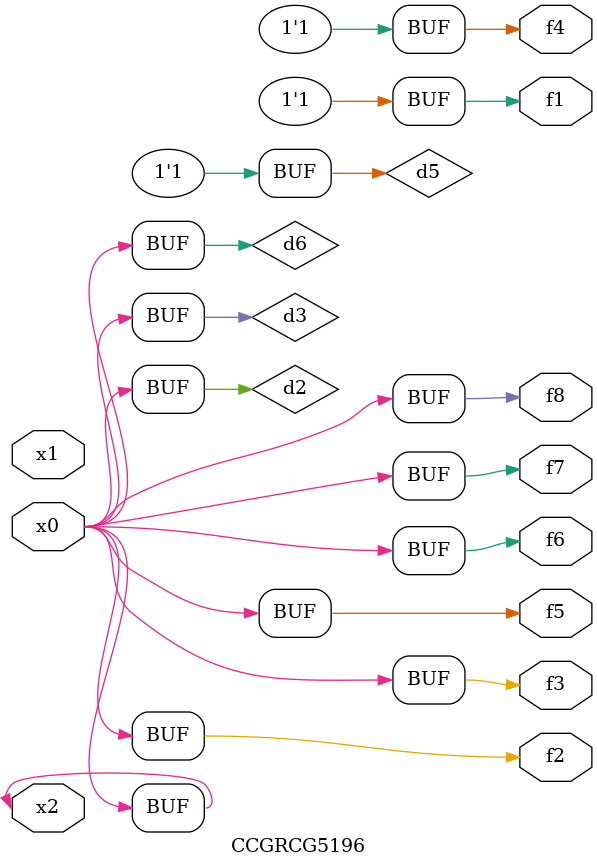
<source format=v>
module CCGRCG5196(
	input x0, x1, x2,
	output f1, f2, f3, f4, f5, f6, f7, f8
);

	wire d1, d2, d3, d4, d5, d6;

	xnor (d1, x2);
	buf (d2, x0, x2);
	and (d3, x0);
	xnor (d4, x1, x2);
	nand (d5, d1, d3);
	buf (d6, d2, d3);
	assign f1 = d5;
	assign f2 = d6;
	assign f3 = d6;
	assign f4 = d5;
	assign f5 = d6;
	assign f6 = d6;
	assign f7 = d6;
	assign f8 = d6;
endmodule

</source>
